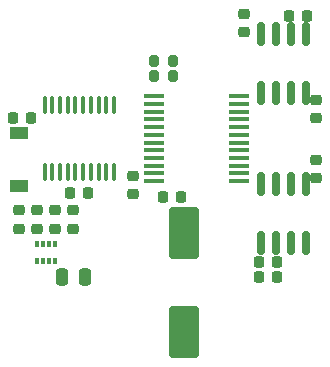
<source format=gbr>
%TF.GenerationSoftware,KiCad,Pcbnew,8.0.6*%
%TF.CreationDate,2024-12-16T13:19:03+09:00*%
%TF.ProjectId,BDCM_Driver_v1,4244434d-5f44-4726-9976-65725f76312e,rev?*%
%TF.SameCoordinates,PXaac6430PY8670810*%
%TF.FileFunction,Paste,Top*%
%TF.FilePolarity,Positive*%
%FSLAX46Y46*%
G04 Gerber Fmt 4.6, Leading zero omitted, Abs format (unit mm)*
G04 Created by KiCad (PCBNEW 8.0.6) date 2024-12-16 13:19:03*
%MOMM*%
%LPD*%
G01*
G04 APERTURE LIST*
G04 Aperture macros list*
%AMRoundRect*
0 Rectangle with rounded corners*
0 $1 Rounding radius*
0 $2 $3 $4 $5 $6 $7 $8 $9 X,Y pos of 4 corners*
0 Add a 4 corners polygon primitive as box body*
4,1,4,$2,$3,$4,$5,$6,$7,$8,$9,$2,$3,0*
0 Add four circle primitives for the rounded corners*
1,1,$1+$1,$2,$3*
1,1,$1+$1,$4,$5*
1,1,$1+$1,$6,$7*
1,1,$1+$1,$8,$9*
0 Add four rect primitives between the rounded corners*
20,1,$1+$1,$2,$3,$4,$5,0*
20,1,$1+$1,$4,$5,$6,$7,0*
20,1,$1+$1,$6,$7,$8,$9,0*
20,1,$1+$1,$8,$9,$2,$3,0*%
G04 Aperture macros list end*
%ADD10RoundRect,0.225000X-0.250000X0.225000X-0.250000X-0.225000X0.250000X-0.225000X0.250000X0.225000X0*%
%ADD11RoundRect,0.200000X-0.200000X-0.275000X0.200000X-0.275000X0.200000X0.275000X-0.200000X0.275000X0*%
%ADD12RoundRect,0.200000X0.200000X0.275000X-0.200000X0.275000X-0.200000X-0.275000X0.200000X-0.275000X0*%
%ADD13RoundRect,0.100000X0.100000X-0.637500X0.100000X0.637500X-0.100000X0.637500X-0.100000X-0.637500X0*%
%ADD14RoundRect,0.218750X0.256250X-0.218750X0.256250X0.218750X-0.256250X0.218750X-0.256250X-0.218750X0*%
%ADD15R,1.750000X0.450000*%
%ADD16RoundRect,0.250000X-0.250000X-0.475000X0.250000X-0.475000X0.250000X0.475000X-0.250000X0.475000X0*%
%ADD17RoundRect,0.150000X-0.150000X0.825000X-0.150000X-0.825000X0.150000X-0.825000X0.150000X0.825000X0*%
%ADD18RoundRect,0.150000X0.150000X-0.825000X0.150000X0.825000X-0.150000X0.825000X-0.150000X-0.825000X0*%
%ADD19RoundRect,0.250000X1.000000X-1.950000X1.000000X1.950000X-1.000000X1.950000X-1.000000X-1.950000X0*%
%ADD20RoundRect,0.225000X0.250000X-0.225000X0.250000X0.225000X-0.250000X0.225000X-0.250000X-0.225000X0*%
%ADD21R,1.600000X1.050000*%
%ADD22RoundRect,0.225000X-0.225000X-0.250000X0.225000X-0.250000X0.225000X0.250000X-0.225000X0.250000X0*%
%ADD23RoundRect,0.225000X0.225000X0.250000X-0.225000X0.250000X-0.225000X-0.250000X0.225000X-0.250000X0*%
%ADD24R,0.304800X0.584200*%
G04 APERTURE END LIST*
D10*
%TO.C,C6*%
X-2540000Y17031000D03*
X-2540000Y15481000D03*
%TD*%
D11*
%TO.C,TH1*%
X-16319000Y24130000D03*
X-14669000Y24130000D03*
%TD*%
D12*
%TO.C,R5*%
X-14669000Y25400000D03*
X-16319000Y25400000D03*
%TD*%
D13*
%TO.C,U1*%
X-25531000Y15933500D03*
X-24881000Y15933500D03*
X-24231000Y15933500D03*
X-23581000Y15933500D03*
X-22931000Y15933500D03*
X-22281000Y15933500D03*
X-21631000Y15933500D03*
X-20981000Y15933500D03*
X-20331000Y15933500D03*
X-19681000Y15933500D03*
X-19681000Y21658500D03*
X-20331000Y21658500D03*
X-20981000Y21658500D03*
X-21631000Y21658500D03*
X-22281000Y21658500D03*
X-22931000Y21658500D03*
X-23581000Y21658500D03*
X-24231000Y21658500D03*
X-24881000Y21658500D03*
X-25531000Y21658500D03*
%TD*%
D14*
%TO.C,D5*%
X-27686000Y11150500D03*
X-27686000Y12725500D03*
%TD*%
D15*
%TO.C,U4*%
X-9100000Y15221000D03*
X-9100000Y15871000D03*
X-9100000Y16521000D03*
X-9100000Y17171000D03*
X-9100000Y17821000D03*
X-9100000Y18471000D03*
X-9100000Y19121000D03*
X-9100000Y19771000D03*
X-9100000Y20421000D03*
X-9100000Y21071000D03*
X-9100000Y21721000D03*
X-9100000Y22371000D03*
X-16300000Y22371000D03*
X-16300000Y21721000D03*
X-16300000Y21071000D03*
X-16300000Y20421000D03*
X-16300000Y19771000D03*
X-16300000Y19121000D03*
X-16300000Y18471000D03*
X-16300000Y17821000D03*
X-16300000Y17171000D03*
X-16300000Y16521000D03*
X-16300000Y15871000D03*
X-16300000Y15221000D03*
%TD*%
D14*
%TO.C,D2*%
X-23114000Y11150500D03*
X-23114000Y12725500D03*
%TD*%
D16*
%TO.C,C12*%
X-24064000Y7112000D03*
X-22164000Y7112000D03*
%TD*%
D17*
%TO.C,U6*%
X-3429000Y14921000D03*
X-4699000Y14921000D03*
X-5969000Y14921000D03*
X-7239000Y14921000D03*
X-7239000Y9971000D03*
X-5969000Y9971000D03*
X-4699000Y9971000D03*
X-3429000Y9971000D03*
%TD*%
D14*
%TO.C,D1*%
X-24638000Y11150500D03*
X-24638000Y12725500D03*
%TD*%
D18*
%TO.C,U3*%
X-7239000Y22671000D03*
X-5969000Y22671000D03*
X-4699000Y22671000D03*
X-3429000Y22671000D03*
X-3429000Y27621000D03*
X-4699000Y27621000D03*
X-5969000Y27621000D03*
X-7239000Y27621000D03*
%TD*%
D19*
%TO.C,C5*%
X-13716000Y2404000D03*
X-13716000Y10804000D03*
%TD*%
D20*
%TO.C,C2*%
X-8636000Y27800000D03*
X-8636000Y29350000D03*
%TD*%
D21*
%TO.C,SW1*%
X-27686000Y19243000D03*
X-27686000Y14793000D03*
%TD*%
D22*
%TO.C,C10*%
X-28207000Y20574000D03*
X-26657000Y20574000D03*
%TD*%
%TO.C,C3*%
X-4839000Y29210000D03*
X-3289000Y29210000D03*
%TD*%
D14*
%TO.C,D4*%
X-26162000Y11150500D03*
X-26162000Y12725500D03*
%TD*%
D10*
%TO.C,C4*%
X-18025395Y15643402D03*
X-18025395Y14093402D03*
%TD*%
D22*
%TO.C,C7*%
X-15507000Y13843000D03*
X-13957000Y13843000D03*
%TD*%
%TO.C,C1*%
X-23381000Y14224000D03*
X-21831000Y14224000D03*
%TD*%
D23*
%TO.C,C8*%
X-5829000Y7112000D03*
X-7379000Y7112000D03*
%TD*%
D24*
%TO.C,RN3*%
X-26162000Y8432800D03*
X-26162000Y9855200D03*
X-25654000Y8432800D03*
X-25654000Y9855200D03*
X-25146000Y8432800D03*
X-25146000Y9855200D03*
X-24638000Y8432800D03*
X-24638000Y9855200D03*
%TD*%
D10*
%TO.C,C11*%
X-2540000Y22111000D03*
X-2540000Y20561000D03*
%TD*%
D23*
%TO.C,C9*%
X-5829000Y8382000D03*
X-7379000Y8382000D03*
%TD*%
M02*

</source>
